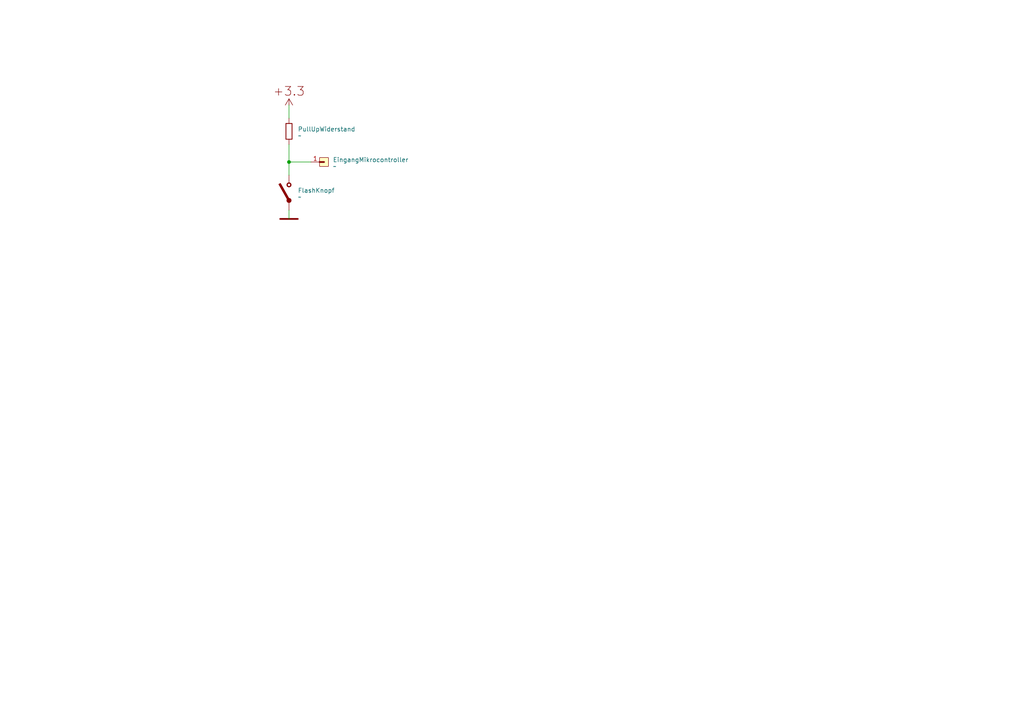
<source format=kicad_sch>
(kicad_sch (version 20231120) (generator "eeschema") (generator_version "8.0")
  (paper "A4")
  (lib_symbols
    (symbol "PCM_Elektuur:S-make" (pin_numbers hide) (pin_names (offset 0) hide)
      (property "Reference" "S" (at 1.27 3.175 0))
      (property "Value" "S-make" (at 1.27 -3.175 0))
      (symbol "S-make_1_1"
        (circle (center 0 -2.2606) (radius 0.5334) (stroke (width 0.3556)) (fill (type outline)))
        (polyline (pts (xy -2.8956 2.413) (xy -0.381 -2.0574) (xy 0.0254 -1.8288) (xy -2.4892 2.6416) (xy -2.8956 2.413)) (stroke (width 0.254)) (fill (type outline)))
        (circle (center 0 2.2606) (radius 0.5334) (stroke (width 0.3556)))
        (pin passive line (at 0 -5.08 90) (length 2.2352) (name "3") (number "3"))
        (pin passive line (at 0 5.08 270) (length 2.2352) (name "4") (number "4"))
      )
      (symbol "S-make_1_2"
        (circle (center 0 -2.032) (radius 0.5334) (stroke (width 0.3556)) (fill (type outline)))
        (polyline (pts (xy -0.3556 -1.8796) (xy 0.0508 -1.651) (xy -2.2352 2.413) (xy -2.6416 2.1844) (xy -0.3556 -1.8796)) (stroke (width 0.254)) (fill (type outline)))
        (circle (center 0 2.032) (radius 0.5334) (stroke (width 0.3556)))
        (pin passive line (at 0 -5.08 90) (length 2.4638) (name "3") (number "3"))
        (pin passive line (at 0 5.08 270) (length 2.4638) (name "4") (number "4"))
      )
      (symbol "S-make_1_3"
        (circle (center 0 -2.2606) (radius 0.5334) (stroke (width 0.3556)) (fill (type outline)))
        (polyline (pts (xy -0.3556 -2.1082) (xy 0.0508 -1.8796) (xy -2.2352 2.1844) (xy -2.6416 1.9558) (xy -0.3556 -2.1082)) (stroke (width 0.254)) (fill (type outline)))
        (circle (center 0 2.2606) (radius 0.5334) (stroke (width 0.3556)))
        (pin passive line (at 0 -5.08 90) (length 2.2352) (name "3") (number "3"))
        (pin passive line (at 0 5.08 270) (length 2.2352) (name "4") (number "4"))
      )
    )
    (symbol "PCM_Generic:P,+3.3" (power) (pin_numbers hide) (pin_names (offset 1.27) hide)
      (symbol "P,+3.3_1_1"
        (polyline (pts (xy 0 0) (xy 0 1.8288)))
        (polyline (pts (xy -1.0668 0) (xy 0 1.8288) (xy 1.0668 0)))
        (text "+3.3" (at 0 2.54 0) (effects (font (size 2.54 2.54)) (justify bottom)))
        (pin power_in line (at 0 0 0) (length 0) hide (name "+3.3") (number "0"))
      )
    )
    (symbol "PCM_Generic:P,0" (power) (pin_numbers hide) (pin_names (offset 3.81))
      (symbol "P,0_1_1"
        (polyline (pts (xy -2.54 0) (xy 2.54 0)) (stroke (width 0.508)))
        (pin power_in line (at 0 0 0) (length 0) hide (name "0") (number "0"))
      )
    )
    (symbol "PCM_SL_Pin_Headers:PINHD_1x1_Male"
      (property "Reference" "J" (at 0 6.35 0))
      (property "Value" "PINHD_1x1_Male" (at 0 3.81 0))
      (symbol "PINHD_1x1_Male_0_1"
        (rectangle (start -1.27 1.27) (end 1.27 -1.27) (fill (type background)))
        (polyline (pts (xy -1.27 0) (xy 0 0)) (stroke (width 0.3)))
        (polyline (pts (xy -1.27 0) (xy 0 0)) (stroke (width 0.5)))
      )
      (symbol "PINHD_1x1_Male_1_1"
        (pin passive line (at -3.81 0 0) (length 2.54) (name "") (number "1"))
      )
    )
    (symbol "PCM_SL_Resistors:Resistor"
      (property "Reference" "R" (at 0 5.08 0))
      (property "Value" "Resistor" (at 0 2.54 0))
      (symbol "Resistor_0_1"
        (rectangle (start -2.286 0.889) (end 2.286 -0.889) (stroke (width 0.24)))
      )
      (symbol "Resistor_1_1"
        (pin passive line (at -3.81 0 0) (length 1.5) (name "") (number "1"))
        (pin passive line (at 3.81 0 180) (length 1.5) (name "~") (number "2"))
      )
    )
  )
  (junction (at 83.82 46.99))
  (wire (pts (xy 83.82 60.96) (xy 83.82 63.5)))
  (wire (pts (xy 83.82 46.99) (xy 90.17 46.99)))
  (wire (pts (xy 83.82 41.91) (xy 83.82 46.99)))
  (wire (pts (xy 83.82 46.99) (xy 83.82 50.8)))
  (wire (pts (xy 83.82 30.48) (xy 83.82 34.29)))
  (symbol (lib_id "PCM_Generic:P,+3.3") (at 83.82 30.48 0) (unit 1)
    (property "Reference" "#PWR01" (effects (hide yes)))
    (property "Value" "P,+3.3" (effects (hide yes)))
    (property "Description" "+3.3 positive potential/voltage (global DC power supply node)" (effects (hide yes)))
  )
  (symbol (lib_id "PCM_SL_Pin_Headers:PINHD_1x1_Male") (at 93.98 46.99 0) (unit 1)
    (property "Reference" "EingangMikrocontroller" (at 96.52 46.3549 0) (effects (justify left)))
    (property "Value" "~" (at 96.52 48.26 0) (effects (justify left)))
    (property "Footprint" "Connector_PinHeader_2.54mm:PinHeader_1x01_P2.54mm_Vertical" (effects (hide yes)))
    (property "Description" "Pin Header male with pin space 2.54mm. Pin Count -1" (effects (hide yes)))
  )
  (symbol (lib_id "PCM_Elektuur:S-make") (at 83.82 55.88 0) (unit 1)
    (property "Reference" "FlashKnopf" (at 86.36 55.2449 0) (effects (justify left)))
    (property "Value" "~" (at 86.36 57.15 0) (effects (justify left)))
    (property "Description" "make/closing contact; switch, single pole, single throw, normally open (SPST-NO/A)" (effects (hide yes)))
    (property "Field-1" "X" (effects (hide yes)))
    (property "Rating" "V/A" (effects (hide yes)))
  )
  (symbol (lib_id "PCM_Generic:P,0") (at 83.82 63.5 0) (unit 1)
    (property "Reference" "#PWR02" (effects (hide yes)))
    (property "Value" "P,0" (effects (hide yes)))
    (property "Description" "global node 0; simplified functional (equipotential) bonding (FB); simplified frame/chassis" (effects (hide yes)))
  )
  (symbol (lib_id "PCM_SL_Resistors:Resistor") (at 83.82 38.1 90) (unit 1)
    (property "Reference" "PullUpWiderstand" (at 86.36 37.4649 90) (effects (justify right)))
    (property "Value" "~" (at 86.36 39.37 90) (effects (justify right)))
    (property "Footprint" "Resistor_THT:R_Axial_DIN0207_L6.3mm_D2.5mm_P10.16mm_Horizontal" (effects (hide yes)))
    (property "Description" "1/4W Resistor" (effects (hide yes)))
  )
)
</source>
